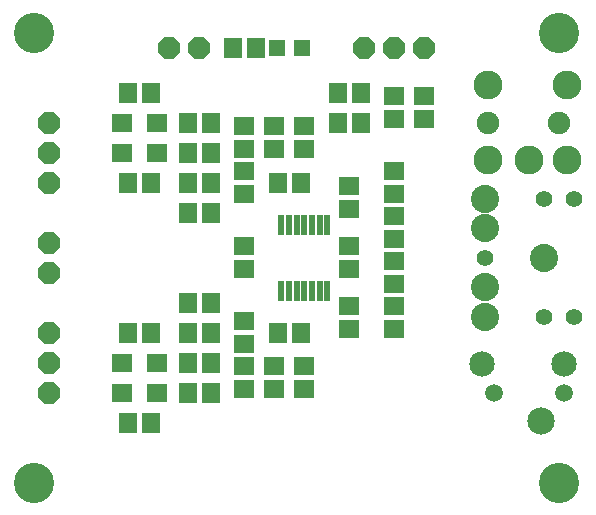
<source format=gts>
G75*
G70*
%OFA0B0*%
%FSLAX24Y24*%
%IPPOS*%
%LPD*%
%AMOC8*
5,1,8,0,0,1.08239X$1,22.5*
%
%ADD10C,0.1340*%
%ADD11R,0.0218X0.0710*%
%ADD12R,0.0671X0.0592*%
%ADD13R,0.0592X0.0671*%
%ADD14R,0.0710X0.0631*%
%ADD15OC8,0.0720*%
%ADD16R,0.0552X0.0552*%
%ADD17C,0.0552*%
%ADD18C,0.0940*%
%ADD19C,0.0749*%
%ADD20C,0.0966*%
%ADD21C,0.0592*%
%ADD22C,0.0907*%
%ADD23C,0.0848*%
D10*
X001151Y001151D03*
X018651Y001151D03*
X018651Y016151D03*
X001151Y016151D03*
D11*
X009383Y009754D03*
X009639Y009754D03*
X009895Y009754D03*
X010151Y009754D03*
X010407Y009754D03*
X010663Y009754D03*
X010919Y009754D03*
X010919Y007549D03*
X010663Y007549D03*
X010407Y007549D03*
X010151Y007549D03*
X009895Y007549D03*
X009639Y007549D03*
X009383Y007549D03*
D12*
X008151Y008277D03*
X008151Y009025D03*
X008151Y010777D03*
X008151Y011525D03*
X008151Y012277D03*
X009151Y012277D03*
X009151Y013025D03*
X008151Y013025D03*
X010151Y013025D03*
X010151Y012277D03*
X011651Y011025D03*
X011651Y010277D03*
X011651Y009025D03*
X011651Y008277D03*
X011651Y007025D03*
X011651Y006277D03*
X010151Y005025D03*
X010151Y004277D03*
X009151Y004277D03*
X008151Y004277D03*
X008151Y005025D03*
X008151Y005777D03*
X008151Y006525D03*
X009151Y005025D03*
X013151Y006277D03*
X013151Y007025D03*
X013151Y007777D03*
X013151Y008525D03*
X013151Y009277D03*
X013151Y010025D03*
X013151Y010777D03*
X013151Y011525D03*
X013151Y013277D03*
X014151Y013277D03*
X014151Y014025D03*
X013151Y014025D03*
D13*
X012025Y014151D03*
X011277Y014151D03*
X011277Y013151D03*
X012025Y013151D03*
X010025Y011151D03*
X009277Y011151D03*
X007025Y011151D03*
X006277Y011151D03*
X006277Y010151D03*
X007025Y010151D03*
X005025Y011151D03*
X004277Y011151D03*
X006277Y012151D03*
X007025Y012151D03*
X007025Y013151D03*
X006277Y013151D03*
X005025Y014151D03*
X004277Y014151D03*
X007777Y015651D03*
X008525Y015651D03*
X007025Y007151D03*
X006277Y007151D03*
X006277Y006151D03*
X007025Y006151D03*
X007025Y005151D03*
X006277Y005151D03*
X006277Y004151D03*
X007025Y004151D03*
X005025Y003151D03*
X004277Y003151D03*
X004277Y006151D03*
X005025Y006151D03*
X009277Y006151D03*
X010025Y006151D03*
D14*
X005242Y005151D03*
X005242Y004151D03*
X004061Y004151D03*
X004061Y005151D03*
X004061Y012151D03*
X004061Y013151D03*
X005242Y013151D03*
X005242Y012151D03*
D15*
X001651Y012151D03*
X001651Y011151D03*
X001651Y009151D03*
X001651Y008151D03*
X001651Y006151D03*
X001651Y005151D03*
X001651Y004151D03*
X001651Y013151D03*
X005651Y015651D03*
X006651Y015651D03*
X012151Y015651D03*
X013151Y015651D03*
X014151Y015651D03*
D16*
X010065Y015651D03*
X009238Y015651D03*
D17*
X016183Y008651D03*
X018151Y006683D03*
X019135Y006683D03*
X019135Y010620D03*
X018151Y010620D03*
D18*
X016183Y010620D03*
X016183Y009635D03*
X018151Y008651D03*
X016183Y007667D03*
X016183Y006683D03*
D19*
X016273Y013151D03*
X018635Y013151D03*
D20*
X018911Y014391D03*
X016273Y014391D03*
X016273Y011911D03*
X017651Y011911D03*
X018911Y011911D03*
D21*
X018824Y004151D03*
X016462Y004151D03*
D22*
X018037Y003206D03*
D23*
X018824Y005096D03*
X016069Y005096D03*
M02*

</source>
